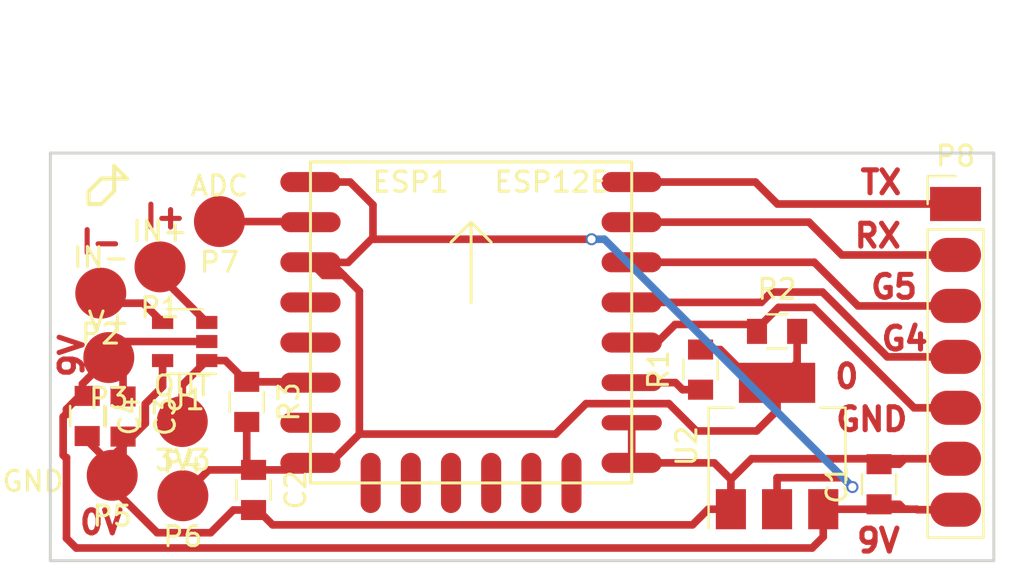
<source format=kicad_pcb>
(kicad_pcb (version 20171130) (host pcbnew "(5.1.12)-1")

  (general
    (thickness 1.6)
    (drawings 24)
    (tracks 143)
    (zones 0)
    (modules 18)
    (nets 23)
  )

  (page User 150.012 150.012)
  (layers
    (0 F.Cu signal)
    (31 B.Cu signal)
    (32 B.Adhes user)
    (33 F.Adhes user hide)
    (34 B.Paste user)
    (35 F.Paste user)
    (36 B.SilkS user)
    (37 F.SilkS user)
    (38 B.Mask user)
    (39 F.Mask user)
    (40 Dwgs.User user)
    (41 Cmts.User user)
    (42 Eco1.User user)
    (43 Eco2.User user)
    (44 Edge.Cuts user)
    (45 Margin user)
    (46 B.CrtYd user)
    (47 F.CrtYd user)
    (48 B.Fab user)
    (49 F.Fab user)
  )

  (setup
    (last_trace_width 0.381)
    (trace_clearance 0.381)
    (zone_clearance 0.508)
    (zone_45_only no)
    (trace_min 0.2)
    (via_size 0.6)
    (via_drill 0.4)
    (via_min_size 0.4)
    (via_min_drill 0.3)
    (uvia_size 0.3)
    (uvia_drill 0.1)
    (uvias_allowed no)
    (uvia_min_size 0)
    (uvia_min_drill 0)
    (edge_width 0.15)
    (segment_width 0.2)
    (pcb_text_width 0.254)
    (pcb_text_size 1.143 1.143)
    (mod_edge_width 0.15)
    (mod_text_size 1 1)
    (mod_text_width 0.15)
    (pad_size 3 0.762)
    (pad_drill 0)
    (pad_to_mask_clearance 0.2)
    (aux_axis_origin 0 0)
    (visible_elements 7FFFFFFF)
    (pcbplotparams
      (layerselection 0x00000_00000001)
      (usegerberextensions false)
      (usegerberattributes true)
      (usegerberadvancedattributes true)
      (creategerberjobfile true)
      (excludeedgelayer true)
      (linewidth 0.100000)
      (plotframeref false)
      (viasonmask false)
      (mode 1)
      (useauxorigin false)
      (hpglpennumber 1)
      (hpglpenspeed 20)
      (hpglpendiameter 15.000000)
      (psnegative false)
      (psa4output false)
      (plotreference true)
      (plotvalue true)
      (plotinvisibletext false)
      (padsonsilk false)
      (subtractmaskfromsilk false)
      (outputformat 2)
      (mirror false)
      (drillshape 0)
      (scaleselection 1)
      (outputdirectory ""))
  )

  (net 0 "")
  (net 1 +5V)
  (net 2 GND)
  (net 3 +3V3)
  (net 4 "Net-(ESP1-Pad2)")
  (net 5 "Net-(ESP1-Pad4)")
  (net 6 "Net-(ESP1-Pad5)")
  (net 7 "Net-(ESP1-Pad6)")
  (net 8 "Net-(ESP1-Pad7)")
  (net 9 "Net-(ESP1-Pad9)")
  (net 10 "Net-(ESP1-Pad10)")
  (net 11 "Net-(ESP1-Pad11)")
  (net 12 "Net-(ESP1-Pad12)")
  (net 13 "Net-(ESP1-Pad13)")
  (net 14 "Net-(ESP1-Pad14)")
  (net 15 "Net-(ESP1-Pad17)")
  (net 16 "Net-(ESP1-Pad18)")
  (net 17 "Net-(ESP1-Pad19)")
  (net 18 "Net-(ESP1-Pad20)")
  (net 19 "Net-(ESP1-Pad21)")
  (net 20 "Net-(ESP1-Pad22)")
  (net 21 "Net-(P1-Pad1)")
  (net 22 "Net-(P2-Pad1)")

  (net_class Default "This is the default net class."
    (clearance 0.381)
    (trace_width 0.381)
    (via_dia 0.6)
    (via_drill 0.4)
    (uvia_dia 0.3)
    (uvia_drill 0.1)
    (add_net +3V3)
    (add_net +5V)
    (add_net GND)
    (add_net "Net-(ESP1-Pad10)")
    (add_net "Net-(ESP1-Pad11)")
    (add_net "Net-(ESP1-Pad12)")
    (add_net "Net-(ESP1-Pad13)")
    (add_net "Net-(ESP1-Pad14)")
    (add_net "Net-(ESP1-Pad17)")
    (add_net "Net-(ESP1-Pad18)")
    (add_net "Net-(ESP1-Pad19)")
    (add_net "Net-(ESP1-Pad2)")
    (add_net "Net-(ESP1-Pad20)")
    (add_net "Net-(ESP1-Pad21)")
    (add_net "Net-(ESP1-Pad22)")
    (add_net "Net-(ESP1-Pad4)")
    (add_net "Net-(ESP1-Pad5)")
    (add_net "Net-(ESP1-Pad6)")
    (add_net "Net-(ESP1-Pad7)")
    (add_net "Net-(ESP1-Pad9)")
    (add_net "Net-(P1-Pad1)")
    (add_net "Net-(P2-Pad1)")
  )

  (module C_0805 (layer F.Cu) (tedit 5415D6EA) (tstamp 5897D515)
    (at 94.615 74.295 90)
    (descr "Capacitor SMD 0805, reflow soldering, AVX (see smccp.pdf)")
    (tags "capacitor 0805")
    (path /5897C79D)
    (attr smd)
    (fp_text reference C1 (at 0 -2.1 90) (layer F.SilkS)
      (effects (font (size 1 1) (thickness 0.15)))
    )
    (fp_text value 10u (at 0 2.1 90) (layer F.Fab)
      (effects (font (size 1 1) (thickness 0.15)))
    )
    (fp_line (start -0.5 0.85) (end 0.5 0.85) (layer F.SilkS) (width 0.12))
    (fp_line (start 0.5 -0.85) (end -0.5 -0.85) (layer F.SilkS) (width 0.12))
    (fp_line (start 1.8 -1) (end 1.8 1) (layer F.CrtYd) (width 0.05))
    (fp_line (start -1.8 -1) (end -1.8 1) (layer F.CrtYd) (width 0.05))
    (fp_line (start -1.8 1) (end 1.8 1) (layer F.CrtYd) (width 0.05))
    (fp_line (start -1.8 -1) (end 1.8 -1) (layer F.CrtYd) (width 0.05))
    (fp_line (start -1 -0.625) (end 1 -0.625) (layer F.Fab) (width 0.1))
    (fp_line (start 1 -0.625) (end 1 0.625) (layer F.Fab) (width 0.1))
    (fp_line (start 1 0.625) (end -1 0.625) (layer F.Fab) (width 0.1))
    (fp_line (start -1 0.625) (end -1 -0.625) (layer F.Fab) (width 0.1))
    (pad 1 smd rect (at -1 0 90) (size 1 1.25) (layers F.Cu F.Paste F.Mask)
      (net 1 +5V))
    (pad 2 smd rect (at 1 0 90) (size 1 1.25) (layers F.Cu F.Paste F.Mask)
      (net 2 GND))
    (model Capacitors_SMD.3dshapes/C_0805.wrl
      (at (xyz 0 0 0))
      (scale (xyz 1 1 1))
      (rotate (xyz 0 0 0))
    )
  )

  (module C_0805 (layer F.Cu) (tedit 5415D6EA) (tstamp 5897D525)
    (at 63.46 74.58 270)
    (descr "Capacitor SMD 0805, reflow soldering, AVX (see smccp.pdf)")
    (tags "capacitor 0805")
    (path /5897D22A)
    (attr smd)
    (fp_text reference C2 (at 0 -2.1 270) (layer F.SilkS)
      (effects (font (size 1 1) (thickness 0.15)))
    )
    (fp_text value 10u (at 0 2.1 270) (layer F.Fab)
      (effects (font (size 1 1) (thickness 0.15)))
    )
    (fp_line (start -0.5 0.85) (end 0.5 0.85) (layer F.SilkS) (width 0.12))
    (fp_line (start 0.5 -0.85) (end -0.5 -0.85) (layer F.SilkS) (width 0.12))
    (fp_line (start 1.8 -1) (end 1.8 1) (layer F.CrtYd) (width 0.05))
    (fp_line (start -1.8 -1) (end -1.8 1) (layer F.CrtYd) (width 0.05))
    (fp_line (start -1.8 1) (end 1.8 1) (layer F.CrtYd) (width 0.05))
    (fp_line (start -1.8 -1) (end 1.8 -1) (layer F.CrtYd) (width 0.05))
    (fp_line (start -1 -0.625) (end 1 -0.625) (layer F.Fab) (width 0.1))
    (fp_line (start 1 -0.625) (end 1 0.625) (layer F.Fab) (width 0.1))
    (fp_line (start 1 0.625) (end -1 0.625) (layer F.Fab) (width 0.1))
    (fp_line (start -1 0.625) (end -1 -0.625) (layer F.Fab) (width 0.1))
    (pad 1 smd rect (at -1 0 270) (size 1 1.25) (layers F.Cu F.Paste F.Mask)
      (net 3 +3V3))
    (pad 2 smd rect (at 1 0 270) (size 1 1.25) (layers F.Cu F.Paste F.Mask)
      (net 2 GND))
    (model Capacitors_SMD.3dshapes/C_0805.wrl
      (at (xyz 0 0 0))
      (scale (xyz 1 1 1))
      (rotate (xyz 0 0 0))
    )
  )

  (module C_0805 (layer F.Cu) (tedit 5415D6EA) (tstamp 5897D535)
    (at 56.96 70.92 270)
    (descr "Capacitor SMD 0805, reflow soldering, AVX (see smccp.pdf)")
    (tags "capacitor 0805")
    (path /5897D18A)
    (attr smd)
    (fp_text reference C3 (at 0 -2.1 270) (layer F.SilkS)
      (effects (font (size 1 1) (thickness 0.15)))
    )
    (fp_text value 0.1 (at -0.19878 0.21894 270) (layer F.Fab)
      (effects (font (size 1 1) (thickness 0.15)))
    )
    (fp_line (start -0.5 0.85) (end 0.5 0.85) (layer F.SilkS) (width 0.12))
    (fp_line (start 0.5 -0.85) (end -0.5 -0.85) (layer F.SilkS) (width 0.12))
    (fp_line (start 1.8 -1) (end 1.8 1) (layer F.CrtYd) (width 0.05))
    (fp_line (start -1.8 -1) (end -1.8 1) (layer F.CrtYd) (width 0.05))
    (fp_line (start -1.8 1) (end 1.8 1) (layer F.CrtYd) (width 0.05))
    (fp_line (start -1.8 -1) (end 1.8 -1) (layer F.CrtYd) (width 0.05))
    (fp_line (start -1 -0.625) (end 1 -0.625) (layer F.Fab) (width 0.1))
    (fp_line (start 1 -0.625) (end 1 0.625) (layer F.Fab) (width 0.1))
    (fp_line (start 1 0.625) (end -1 0.625) (layer F.Fab) (width 0.1))
    (fp_line (start -1 0.625) (end -1 -0.625) (layer F.Fab) (width 0.1))
    (pad 1 smd rect (at -1 0 270) (size 1 1.25) (layers F.Cu F.Paste F.Mask)
      (net 1 +5V))
    (pad 2 smd rect (at 1 0 270) (size 1 1.25) (layers F.Cu F.Paste F.Mask)
      (net 2 GND))
    (model Capacitors_SMD.3dshapes/C_0805.wrl
      (at (xyz 0 0 0))
      (scale (xyz 1 1 1))
      (rotate (xyz 0 0 0))
    )
  )

  (module C_0805 (layer F.Cu) (tedit 5415D6EA) (tstamp 5897D545)
    (at 55.1739 70.8914 270)
    (descr "Capacitor SMD 0805, reflow soldering, AVX (see smccp.pdf)")
    (tags "capacitor 0805")
    (path /5897D035)
    (attr smd)
    (fp_text reference C4 (at 0 -2.1 270) (layer F.SilkS)
      (effects (font (size 1 1) (thickness 0.15)))
    )
    (fp_text value 0.1 (at 0 2.1 270) (layer F.Fab)
      (effects (font (size 1 1) (thickness 0.15)))
    )
    (fp_line (start -0.5 0.85) (end 0.5 0.85) (layer F.SilkS) (width 0.12))
    (fp_line (start 0.5 -0.85) (end -0.5 -0.85) (layer F.SilkS) (width 0.12))
    (fp_line (start 1.8 -1) (end 1.8 1) (layer F.CrtYd) (width 0.05))
    (fp_line (start -1.8 -1) (end -1.8 1) (layer F.CrtYd) (width 0.05))
    (fp_line (start -1.8 1) (end 1.8 1) (layer F.CrtYd) (width 0.05))
    (fp_line (start -1.8 -1) (end 1.8 -1) (layer F.CrtYd) (width 0.05))
    (fp_line (start -1 -0.625) (end 1 -0.625) (layer F.Fab) (width 0.1))
    (fp_line (start 1 -0.625) (end 1 0.625) (layer F.Fab) (width 0.1))
    (fp_line (start 1 0.625) (end -1 0.625) (layer F.Fab) (width 0.1))
    (fp_line (start -1 0.625) (end -1 -0.625) (layer F.Fab) (width 0.1))
    (pad 1 smd rect (at -1 0 270) (size 1 1.25) (layers F.Cu F.Paste F.Mask)
      (net 1 +5V))
    (pad 2 smd rect (at 1 0 270) (size 1 1.25) (layers F.Cu F.Paste F.Mask)
      (net 2 GND))
    (model Capacitors_SMD.3dshapes/C_0805.wrl
      (at (xyz 0 0 0))
      (scale (xyz 1 1 1))
      (rotate (xyz 0 0 0))
    )
  )

  (module ESP12E (layer F.Cu) (tedit 5897C1F9) (tstamp 5897D569)
    (at 74.295 62.23)
    (path /5897BC42)
    (fp_text reference ESP1 (at -3 -3) (layer F.SilkS)
      (effects (font (size 1 1) (thickness 0.15)))
    )
    (fp_text value ESP12E (at 4 -3) (layer F.SilkS)
      (effects (font (size 1 1) (thickness 0.15)))
    )
    (fp_line (start 8 12) (end 8 -12) (layer Dwgs.User) (width 0.15))
    (fp_line (start -8 12) (end 8 12) (layer F.SilkS) (width 0.15))
    (fp_line (start -8 -12) (end -8 12) (layer Dwgs.User) (width 0.15))
    (fp_line (start 8 -12) (end -8 -12) (layer Dwgs.User) (width 0.15))
    (fp_line (start 8 -4) (end 8 12) (layer F.SilkS) (width 0.15))
    (fp_line (start -8 -4) (end 8 -4) (layer F.SilkS) (width 0.15))
    (fp_line (start -8 12) (end -8 -4) (layer F.SilkS) (width 0.15))
    (fp_line (start 0 -1) (end 0 3) (layer F.SilkS) (width 0.15))
    (fp_line (start 0 -1) (end 1 0) (layer F.SilkS) (width 0.15))
    (fp_line (start 0 -1) (end -1 0) (layer F.SilkS) (width 0.15))
    (pad 1 smd oval (at -8 -3) (size 3 1) (layers F.Cu F.Paste F.Mask)
      (net 3 +3V3))
    (pad 2 smd oval (at -8 -1) (size 3 1) (layers F.Cu F.Paste F.Mask)
      (net 4 "Net-(ESP1-Pad2)"))
    (pad 3 smd oval (at -8 1) (size 3 1) (layers F.Cu F.Paste F.Mask)
      (net 3 +3V3))
    (pad 4 smd oval (at -8 3) (size 3 1) (layers F.Cu F.Paste F.Mask)
      (net 5 "Net-(ESP1-Pad4)"))
    (pad 5 smd oval (at -8 5) (size 3 1) (layers F.Cu F.Paste F.Mask)
      (net 6 "Net-(ESP1-Pad5)"))
    (pad 6 smd oval (at -8 7) (size 3 1) (layers F.Cu F.Paste F.Mask)
      (net 7 "Net-(ESP1-Pad6)"))
    (pad 7 smd oval (at -8 9) (size 3 1) (layers F.Cu F.Paste F.Mask)
      (net 8 "Net-(ESP1-Pad7)"))
    (pad 8 smd oval (at -8 11) (size 3 1) (layers F.Cu F.Paste F.Mask)
      (net 3 +3V3))
    (pad 9 smd oval (at -5 12 90) (size 3 1) (layers F.Cu F.Paste F.Mask)
      (net 9 "Net-(ESP1-Pad9)"))
    (pad 10 smd oval (at -3 12 90) (size 3 1) (layers F.Cu F.Paste F.Mask)
      (net 10 "Net-(ESP1-Pad10)"))
    (pad 11 smd oval (at -1 12 90) (size 3 1) (layers F.Cu F.Paste F.Mask)
      (net 11 "Net-(ESP1-Pad11)"))
    (pad 12 smd oval (at 1 12 90) (size 3 1) (layers F.Cu F.Paste F.Mask)
      (net 12 "Net-(ESP1-Pad12)"))
    (pad 13 smd oval (at 3 12 90) (size 3 1) (layers F.Cu F.Paste F.Mask)
      (net 13 "Net-(ESP1-Pad13)"))
    (pad 14 smd oval (at 5 12 90) (size 3 1) (layers F.Cu F.Paste F.Mask)
      (net 14 "Net-(ESP1-Pad14)"))
    (pad 15 smd oval (at 8 11 180) (size 3 1) (layers F.Cu F.Paste F.Mask)
      (net 2 GND))
    (pad 16 smd oval (at 8 9 180) (size 3 0.762) (layers F.Cu F.Paste F.Mask)
      (net 2 GND))
    (pad 17 smd oval (at 8 7 180) (size 3 0.8382) (layers F.Cu F.Paste F.Mask)
      (net 15 "Net-(ESP1-Pad17)"))
    (pad 18 smd oval (at 8 5 180) (size 3 1) (layers F.Cu F.Paste F.Mask)
      (net 16 "Net-(ESP1-Pad18)"))
    (pad 19 smd oval (at 8 3 180) (size 3 1) (layers F.Cu F.Paste F.Mask)
      (net 17 "Net-(ESP1-Pad19)"))
    (pad 20 smd oval (at 8 1 180) (size 3 1) (layers F.Cu F.Paste F.Mask)
      (net 18 "Net-(ESP1-Pad20)"))
    (pad 21 smd oval (at 8 -1 180) (size 3 1) (layers F.Cu F.Paste F.Mask)
      (net 19 "Net-(ESP1-Pad21)"))
    (pad 22 smd oval (at 8 -3 180) (size 3 1) (layers F.Cu F.Paste F.Mask)
      (net 20 "Net-(ESP1-Pad22)"))
  )

  (module SMTPIN.1 (layer F.Cu) (tedit 57BF4F3C) (tstamp 5897D56E)
    (at 58.8 63.46)
    (path /5897C54A)
    (fp_text reference P1 (at 0 2.032) (layer F.SilkS)
      (effects (font (size 1 1) (thickness 0.15)))
    )
    (fp_text value IN+ (at 0 -1.778) (layer F.SilkS)
      (effects (font (size 1 1) (thickness 0.15)))
    )
    (pad 1 smd circle (at 0 0) (size 2.54 2.54) (layers F.Cu F.Paste F.Mask)
      (net 21 "Net-(P1-Pad1)"))
  )

  (module SMTPIN.1 (layer F.Cu) (tedit 57BF4F3C) (tstamp 5897D573)
    (at 55.85 64.77)
    (path /5897C5B4)
    (fp_text reference P2 (at 0 2.032) (layer F.SilkS)
      (effects (font (size 1 1) (thickness 0.15)))
    )
    (fp_text value IN- (at 0 -1.778) (layer F.SilkS)
      (effects (font (size 1 1) (thickness 0.15)))
    )
    (pad 1 smd circle (at 0 0) (size 2.54 2.54) (layers F.Cu F.Paste F.Mask)
      (net 22 "Net-(P2-Pad1)"))
  )

  (module SMTPIN.1 (layer F.Cu) (tedit 57BF4F3C) (tstamp 5897D578)
    (at 56.25 67.98)
    (path /5897C262)
    (fp_text reference P3 (at 0 2.032) (layer F.SilkS)
      (effects (font (size 1 1) (thickness 0.15)))
    )
    (fp_text value V+ (at 0 -1.778) (layer F.SilkS)
      (effects (font (size 1 1) (thickness 0.15)))
    )
    (pad 1 smd circle (at 0 0) (size 2.54 2.54) (layers F.Cu F.Paste F.Mask)
      (net 1 +5V))
  )

  (module SMTPIN.1 (layer F.Cu) (tedit 57BF4F3C) (tstamp 5897D57D)
    (at 59.91 71.17)
    (path /5897C4D0)
    (fp_text reference P4 (at 0 2.032) (layer F.SilkS)
      (effects (font (size 1 1) (thickness 0.15)))
    )
    (fp_text value OUT (at 0 -1.778) (layer F.SilkS)
      (effects (font (size 1 1) (thickness 0.15)))
    )
    (pad 1 smd circle (at 0 0) (size 2.54 2.54) (layers F.Cu F.Paste F.Mask)
      (net 7 "Net-(ESP1-Pad6)"))
  )

  (module SMTPIN.1 (layer F.Cu) (tedit 57BF4F3C) (tstamp 5897D582)
    (at 56.42 73.85)
    (path /5897C119)
    (fp_text reference P5 (at 0 2.032) (layer F.SilkS)
      (effects (font (size 1 1) (thickness 0.15)))
    )
    (fp_text value GND (at -3.94 0.3) (layer F.SilkS)
      (effects (font (size 1 1) (thickness 0.15)))
    )
    (pad 1 smd circle (at 0 0) (size 2.54 2.54) (layers F.Cu F.Paste F.Mask)
      (net 2 GND))
  )

  (module SMTPIN.1 (layer F.Cu) (tedit 57BF4F3C) (tstamp 5897D587)
    (at 59.94 74.87)
    (path /5897C03F)
    (fp_text reference P6 (at 0 2.032) (layer F.SilkS)
      (effects (font (size 1 1) (thickness 0.15)))
    )
    (fp_text value 3V3 (at 0 -1.778) (layer F.SilkS)
      (effects (font (size 1 1) (thickness 0.15)))
    )
    (pad 1 smd circle (at 0 0) (size 2.54 2.54) (layers F.Cu F.Paste F.Mask)
      (net 3 +3V3))
  )

  (module SMTPIN.1 (layer F.Cu) (tedit 57BF4F3C) (tstamp 5897D58C)
    (at 61.76 61.2)
    (path /5897BFD3)
    (fp_text reference P7 (at 0 2.032) (layer F.SilkS)
      (effects (font (size 1 1) (thickness 0.15)))
    )
    (fp_text value ADC (at 0 -1.778) (layer F.SilkS)
      (effects (font (size 1 1) (thickness 0.15)))
    )
    (pad 1 smd circle (at 0 0) (size 2.54 2.54) (layers F.Cu F.Paste F.Mask)
      (net 4 "Net-(ESP1-Pad2)"))
  )

  (module Pin_Header_Straight_1x07_Pitch2.54mm (layer F.Cu) (tedit 5897C0D2) (tstamp 5897D5A5)
    (at 98.425 60.325)
    (descr "Through hole straight pin header, 1x07, 2.54mm pitch, single row")
    (tags "Through hole pin header THT 1x07 2.54mm single row")
    (path /5897C067)
    (fp_text reference P8 (at 0 -2.39) (layer F.SilkS)
      (effects (font (size 1 1) (thickness 0.15)))
    )
    (fp_text value PGM_ETC (at 0 17.63) (layer F.Fab)
      (effects (font (size 1 1) (thickness 0.15)))
    )
    (fp_line (start 1.6 -1.6) (end -1.6 -1.6) (layer F.CrtYd) (width 0.05))
    (fp_line (start 1.6 16.8) (end 1.6 -1.6) (layer F.CrtYd) (width 0.05))
    (fp_line (start -1.6 16.8) (end 1.6 16.8) (layer F.CrtYd) (width 0.05))
    (fp_line (start -1.6 -1.6) (end -1.6 16.8) (layer F.CrtYd) (width 0.05))
    (fp_line (start -1.39 -1.39) (end 0 -1.39) (layer F.SilkS) (width 0.12))
    (fp_line (start -1.39 0) (end -1.39 -1.39) (layer F.SilkS) (width 0.12))
    (fp_line (start 1.39 1.27) (end -1.39 1.27) (layer F.SilkS) (width 0.12))
    (fp_line (start 1.39 16.63) (end 1.39 1.27) (layer F.SilkS) (width 0.12))
    (fp_line (start -1.39 16.63) (end 1.39 16.63) (layer F.SilkS) (width 0.12))
    (fp_line (start -1.39 1.27) (end -1.39 16.63) (layer F.SilkS) (width 0.12))
    (fp_line (start 1.27 -1.27) (end -1.27 -1.27) (layer F.Fab) (width 0.1))
    (fp_line (start 1.27 16.51) (end 1.27 -1.27) (layer F.Fab) (width 0.1))
    (fp_line (start -1.27 16.51) (end 1.27 16.51) (layer F.Fab) (width 0.1))
    (fp_line (start -1.27 -1.27) (end -1.27 16.51) (layer F.Fab) (width 0.1))
    (pad 1 smd rect (at 0 0) (size 2.54 1.7) (layers F.Cu F.Paste F.Mask)
      (net 20 "Net-(ESP1-Pad22)"))
    (pad 2 smd oval (at 0 2.54) (size 2.54 1.7) (layers F.Cu F.Paste F.Mask)
      (net 19 "Net-(ESP1-Pad21)"))
    (pad 3 smd oval (at 0 5.08) (size 2.54 1.7) (layers F.Cu F.Paste F.Mask)
      (net 18 "Net-(ESP1-Pad20)"))
    (pad 4 smd oval (at 0 7.62) (size 2.54 1.7) (layers F.Cu F.Paste F.Mask)
      (net 17 "Net-(ESP1-Pad19)"))
    (pad 5 smd oval (at 0 10.16) (size 2.54 1.7) (layers F.Cu F.Paste F.Mask)
      (net 16 "Net-(ESP1-Pad18)"))
    (pad 6 smd oval (at 0 12.7) (size 2.54 1.7) (layers F.Cu F.Paste F.Mask)
      (net 2 GND))
    (pad 7 smd oval (at 0 15.24) (size 2.54 1.7) (layers F.Cu F.Paste F.Mask)
      (net 1 +5V))
    (model Pin_Headers.3dshapes/Pin_Header_Straight_1x07_Pitch2.54mm.wrl
      (offset (xyz 0 -7.619999885559082 0))
      (scale (xyz 1 1 1))
      (rotate (xyz 0 0 90))
    )
  )

  (module C_0805 (layer F.Cu) (tedit 5415D6EA) (tstamp 5897D5B5)
    (at 85.725 68.58 90)
    (descr "Capacitor SMD 0805, reflow soldering, AVX (see smccp.pdf)")
    (tags "capacitor 0805")
    (path /5897BDCA)
    (attr smd)
    (fp_text reference R1 (at 0 -2.1 90) (layer F.SilkS)
      (effects (font (size 1 1) (thickness 0.15)))
    )
    (fp_text value 10k (at 0 2.1 90) (layer F.Fab)
      (effects (font (size 1 1) (thickness 0.15)))
    )
    (fp_line (start -0.5 0.85) (end 0.5 0.85) (layer F.SilkS) (width 0.12))
    (fp_line (start 0.5 -0.85) (end -0.5 -0.85) (layer F.SilkS) (width 0.12))
    (fp_line (start 1.8 -1) (end 1.8 1) (layer F.CrtYd) (width 0.05))
    (fp_line (start -1.8 -1) (end -1.8 1) (layer F.CrtYd) (width 0.05))
    (fp_line (start -1.8 1) (end 1.8 1) (layer F.CrtYd) (width 0.05))
    (fp_line (start -1.8 -1) (end 1.8 -1) (layer F.CrtYd) (width 0.05))
    (fp_line (start -1 -0.625) (end 1 -0.625) (layer F.Fab) (width 0.1))
    (fp_line (start 1 -0.625) (end 1 0.625) (layer F.Fab) (width 0.1))
    (fp_line (start 1 0.625) (end -1 0.625) (layer F.Fab) (width 0.1))
    (fp_line (start -1 0.625) (end -1 -0.625) (layer F.Fab) (width 0.1))
    (pad 1 smd rect (at -1 0 90) (size 1 1.25) (layers F.Cu F.Paste F.Mask)
      (net 15 "Net-(ESP1-Pad17)"))
    (pad 2 smd rect (at 1 0 90) (size 1 1.25) (layers F.Cu F.Paste F.Mask)
      (net 3 +3V3))
    (model Capacitors_SMD.3dshapes/C_0805.wrl
      (at (xyz 0 0 0))
      (scale (xyz 1 1 1))
      (rotate (xyz 0 0 0))
    )
  )

  (module C_0805 (layer F.Cu) (tedit 5415D6EA) (tstamp 5897D5C5)
    (at 89.535 66.675)
    (descr "Capacitor SMD 0805, reflow soldering, AVX (see smccp.pdf)")
    (tags "capacitor 0805")
    (path /5897BD51)
    (attr smd)
    (fp_text reference R2 (at 0 -2.1) (layer F.SilkS)
      (effects (font (size 1 1) (thickness 0.15)))
    )
    (fp_text value 10k (at 0 2.1) (layer F.Fab)
      (effects (font (size 1 1) (thickness 0.15)))
    )
    (fp_line (start -0.5 0.85) (end 0.5 0.85) (layer F.SilkS) (width 0.12))
    (fp_line (start 0.5 -0.85) (end -0.5 -0.85) (layer F.SilkS) (width 0.12))
    (fp_line (start 1.8 -1) (end 1.8 1) (layer F.CrtYd) (width 0.05))
    (fp_line (start -1.8 -1) (end -1.8 1) (layer F.CrtYd) (width 0.05))
    (fp_line (start -1.8 1) (end 1.8 1) (layer F.CrtYd) (width 0.05))
    (fp_line (start -1.8 -1) (end 1.8 -1) (layer F.CrtYd) (width 0.05))
    (fp_line (start -1 -0.625) (end 1 -0.625) (layer F.Fab) (width 0.1))
    (fp_line (start 1 -0.625) (end 1 0.625) (layer F.Fab) (width 0.1))
    (fp_line (start 1 0.625) (end -1 0.625) (layer F.Fab) (width 0.1))
    (fp_line (start -1 0.625) (end -1 -0.625) (layer F.Fab) (width 0.1))
    (pad 1 smd rect (at -1 0) (size 1 1.25) (layers F.Cu F.Paste F.Mask)
      (net 16 "Net-(ESP1-Pad18)"))
    (pad 2 smd rect (at 1 0) (size 1 1.25) (layers F.Cu F.Paste F.Mask)
      (net 3 +3V3))
    (model Capacitors_SMD.3dshapes/C_0805.wrl
      (at (xyz 0 0 0))
      (scale (xyz 1 1 1))
      (rotate (xyz 0 0 0))
    )
  )

  (module TO_SOT_Packages_SMD:SOT-223 (layer F.Cu) (tedit 5883B228) (tstamp 5897D5DA)
    (at 89.535 72.39 90)
    (descr "module CMS SOT223 4 pins")
    (tags "CMS SOT")
    (path /5897BC6C)
    (attr smd)
    (fp_text reference U2 (at 0 -4.5 90) (layer F.SilkS)
      (effects (font (size 1 1) (thickness 0.15)))
    )
    (fp_text value AP1117 (at 0 4.5 90) (layer F.Fab)
      (effects (font (size 1 1) (thickness 0.15)))
    )
    (fp_line (start 1.85 -3.35) (end 1.85 3.35) (layer F.Fab) (width 0.1))
    (fp_line (start -1.85 3.35) (end 1.85 3.35) (layer F.Fab) (width 0.1))
    (fp_line (start -4.1 -3.41) (end 1.91 -3.41) (layer F.SilkS) (width 0.12))
    (fp_line (start -0.8 -3.35) (end 1.85 -3.35) (layer F.Fab) (width 0.1))
    (fp_line (start -1.85 3.41) (end 1.91 3.41) (layer F.SilkS) (width 0.12))
    (fp_line (start -1.85 -2.3) (end -1.85 3.35) (layer F.Fab) (width 0.1))
    (fp_line (start -4.4 -3.6) (end -4.4 3.6) (layer F.CrtYd) (width 0.05))
    (fp_line (start -4.4 3.6) (end 4.4 3.6) (layer F.CrtYd) (width 0.05))
    (fp_line (start 4.4 3.6) (end 4.4 -3.6) (layer F.CrtYd) (width 0.05))
    (fp_line (start 4.4 -3.6) (end -4.4 -3.6) (layer F.CrtYd) (width 0.05))
    (fp_line (start 1.91 -3.41) (end 1.91 -2.15) (layer F.SilkS) (width 0.12))
    (fp_line (start 1.91 3.41) (end 1.91 2.15) (layer F.SilkS) (width 0.12))
    (fp_line (start -1.85 -2.3) (end -0.8 -3.35) (layer F.Fab) (width 0.1))
    (pad 4 smd rect (at 3.15 0 90) (size 2 3.8) (layers F.Cu F.Paste F.Mask)
      (net 3 +3V3))
    (pad 2 smd rect (at -3.15 0 90) (size 2 1.5) (layers F.Cu F.Paste F.Mask)
      (net 3 +3V3))
    (pad 3 smd rect (at -3.15 2.3 90) (size 2 1.5) (layers F.Cu F.Paste F.Mask)
      (net 1 +5V))
    (pad 1 smd rect (at -3.15 -2.3 90) (size 2 1.5) (layers F.Cu F.Paste F.Mask)
      (net 2 GND))
    (model TO_SOT_Packages_SMD.3dshapes/SOT-223.wrl
      (at (xyz 0 0 0))
      (scale (xyz 0.4 0.4 0.4))
      (rotate (xyz 0 0 90))
    )
  )

  (module SOT-23-5 (layer F.Cu) (tedit 5883B1A6) (tstamp 5897E6FE)
    (at 60.03 67.18 180)
    (descr "5-pin SOT23 package")
    (tags SOT-23-5)
    (path /5897DF60)
    (attr smd)
    (fp_text reference U1 (at 0 -2.9 180) (layer F.SilkS)
      (effects (font (size 1 1) (thickness 0.15)))
    )
    (fp_text value COMP-MIC7721 (at 0 2.9 180) (layer F.Fab)
      (effects (font (size 1 1) (thickness 0.15)))
    )
    (fp_line (start 0.9 -1.55) (end 0.9 1.55) (layer F.Fab) (width 0.1))
    (fp_line (start 0.9 1.55) (end -0.9 1.55) (layer F.Fab) (width 0.1))
    (fp_line (start -0.9 -0.9) (end -0.9 1.55) (layer F.Fab) (width 0.1))
    (fp_line (start 0.9 -1.55) (end -0.25 -1.55) (layer F.Fab) (width 0.1))
    (fp_line (start -0.9 -0.9) (end -0.25 -1.55) (layer F.Fab) (width 0.1))
    (fp_line (start -1.9 1.8) (end -1.9 -1.8) (layer F.CrtYd) (width 0.05))
    (fp_line (start 1.9 1.8) (end -1.9 1.8) (layer F.CrtYd) (width 0.05))
    (fp_line (start 1.9 -1.8) (end 1.9 1.8) (layer F.CrtYd) (width 0.05))
    (fp_line (start -1.9 -1.8) (end 1.9 -1.8) (layer F.CrtYd) (width 0.05))
    (fp_line (start 0.9 -1.61) (end -1.55 -1.61) (layer F.SilkS) (width 0.12))
    (fp_line (start -0.9 1.61) (end 0.9 1.61) (layer F.SilkS) (width 0.12))
    (pad 1 smd rect (at -1.1 -0.95 180) (size 1.06 0.65) (layers F.Cu F.Paste F.Mask)
      (net 7 "Net-(ESP1-Pad6)"))
    (pad 2 smd rect (at -1.1 0 180) (size 1.06 0.65) (layers F.Cu F.Paste F.Mask)
      (net 1 +5V))
    (pad 3 smd rect (at -1.1 0.95 180) (size 1.06 0.65) (layers F.Cu F.Paste F.Mask)
      (net 21 "Net-(P1-Pad1)"))
    (pad 4 smd rect (at 1.1 0.95 180) (size 1.06 0.65) (layers F.Cu F.Paste F.Mask)
      (net 22 "Net-(P2-Pad1)"))
    (pad 5 smd rect (at 1.1 -0.95 180) (size 1.06 0.65) (layers F.Cu F.Paste F.Mask)
      (net 2 GND))
    (model TO_SOT_Packages_SMD.3dshapes/SOT-23-5.wrl
      (at (xyz 0 0 0))
      (scale (xyz 1 1 1))
      (rotate (xyz 0 0 0))
    )
  )

  (module C_0805 (layer F.Cu) (tedit 5415D6EA) (tstamp 5897E72D)
    (at 63.12 70.19 270)
    (descr "Capacitor SMD 0805, reflow soldering, AVX (see smccp.pdf)")
    (tags "capacitor 0805")
    (path /5897DBC9)
    (attr smd)
    (fp_text reference R3 (at 0 -2.1 270) (layer F.SilkS)
      (effects (font (size 1 1) (thickness 0.15)))
    )
    (fp_text value 10k (at 0 2.1 270) (layer F.Fab)
      (effects (font (size 1 1) (thickness 0.15)))
    )
    (fp_line (start -0.5 0.85) (end 0.5 0.85) (layer F.SilkS) (width 0.12))
    (fp_line (start 0.5 -0.85) (end -0.5 -0.85) (layer F.SilkS) (width 0.12))
    (fp_line (start 1.8 -1) (end 1.8 1) (layer F.CrtYd) (width 0.05))
    (fp_line (start -1.8 -1) (end -1.8 1) (layer F.CrtYd) (width 0.05))
    (fp_line (start -1.8 1) (end 1.8 1) (layer F.CrtYd) (width 0.05))
    (fp_line (start -1.8 -1) (end 1.8 -1) (layer F.CrtYd) (width 0.05))
    (fp_line (start -1 -0.625) (end 1 -0.625) (layer F.Fab) (width 0.1))
    (fp_line (start 1 -0.625) (end 1 0.625) (layer F.Fab) (width 0.1))
    (fp_line (start 1 0.625) (end -1 0.625) (layer F.Fab) (width 0.1))
    (fp_line (start -1 0.625) (end -1 -0.625) (layer F.Fab) (width 0.1))
    (pad 1 smd rect (at -1 0 270) (size 1 1.25) (layers F.Cu F.Paste F.Mask)
      (net 7 "Net-(ESP1-Pad6)"))
    (pad 2 smd rect (at 1 0 270) (size 1 1.25) (layers F.Cu F.Paste F.Mask)
      (net 3 +3V3))
    (model Capacitors_SMD.3dshapes/C_0805.wrl
      (at (xyz 0 0 0))
      (scale (xyz 1 1 1))
      (rotate (xyz 0 0 0))
    )
  )

  (gr_line (start 100.33 78.105) (end 100.33 57.785) (layer Edge.Cuts) (width 0.15))
  (gr_line (start 53.34 78.105) (end 100.33 78.105) (layer Edge.Cuts) (width 0.15))
  (gr_line (start 53.34 57.785) (end 53.34 78.105) (layer Edge.Cuts) (width 0.15))
  (gr_line (start 100.33 57.785) (end 53.34 57.785) (layer Edge.Cuts) (width 0.15))
  (gr_line (start 55.88 60.325) (end 55.245 60.325) (layer F.SilkS) (width 0.2))
  (gr_line (start 56.515 59.69) (end 55.88 60.325) (layer F.SilkS) (width 0.2))
  (gr_line (start 56.515 59.055) (end 56.515 59.69) (layer F.SilkS) (width 0.2))
  (gr_line (start 57.15 59.055) (end 56.515 59.055) (layer F.SilkS) (width 0.2))
  (gr_line (start 56.515 58.42) (end 57.15 59.055) (layer F.SilkS) (width 0.2))
  (gr_line (start 56.515 59.055) (end 56.515 58.42) (layer F.SilkS) (width 0.2))
  (gr_line (start 55.88 59.055) (end 56.515 59.055) (layer F.SilkS) (width 0.2))
  (gr_line (start 55.245 59.69) (end 55.88 59.055) (layer F.SilkS) (width 0.2))
  (gr_line (start 55.245 60.325) (end 55.245 59.69) (layer F.SilkS) (width 0.2))
  (gr_text 0V (at 55.88 76.2) (layer F.Cu)
    (effects (font (size 1.143 1.143) (thickness 0.254)))
  )
  (gr_text 9V (at 54.40426 67.89166 90) (layer F.Cu)
    (effects (font (size 1.143 1.143) (thickness 0.254)))
  )
  (gr_text I- (at 55.88 62.23) (layer F.Cu)
    (effects (font (size 1.143 1.143) (thickness 0.254)))
  )
  (gr_text I+ (at 59.055 60.96) (layer F.Cu)
    (effects (font (size 1.143 1.143) (thickness 0.254)))
  )
  (gr_text TX (at 94.71 59.25) (layer F.Cu)
    (effects (font (size 1.143 1.143) (thickness 0.254)))
  )
  (gr_text RX (at 94.55 61.91) (layer F.Cu)
    (effects (font (size 1.143 1.143) (thickness 0.254)))
  )
  (gr_text G5 (at 95.36 64.46) (layer F.Cu)
    (effects (font (size 1.143 1.143) (thickness 0.254)))
  )
  (gr_text G4 (at 95.89 67.04) (layer F.Cu)
    (effects (font (size 1.143 1.143) (thickness 0.254)))
  )
  (gr_text 0 (at 93.01 68.81 180) (layer F.Cu)
    (effects (font (size 1.143 1.143) (thickness 0.254)))
  )
  (gr_text 9V (at 94.58 77.11) (layer F.Cu)
    (effects (font (size 1.143 1.143) (thickness 0.254)))
  )
  (gr_text GND (at 94.25 71.06) (layer F.Cu)
    (effects (font (size 1.143 1.143) (thickness 0.254)))
  )

  (segment (start 54.8775 69.88) (end 55.1625 69.88) (width 0.381) (layer F.Cu) (net 1))
  (segment (start 55.1625 69.88) (end 55.1739 69.8914) (width 0.381) (layer F.Cu) (net 1))
  (segment (start 54.8775 69.88) (end 54.94 69.88) (width 0.381) (layer F.Cu) (net 1))
  (segment (start 54.94 69.88) (end 54.94 69.29) (width 0.381) (layer F.Cu) (net 1))
  (segment (start 54.94 69.29) (end 56.25 67.98) (width 0.381) (layer F.Cu) (net 1))
  (segment (start 91.835 75.54) (end 91.835 76.921) (width 0.381) (layer F.Cu) (net 1))
  (segment (start 91.835 76.921) (end 91.2825 77.4735) (width 0.381) (layer F.Cu) (net 1))
  (segment (start 91.2825 77.4735) (end 54.6264 77.4735) (width 0.381) (layer F.Cu) (net 1))
  (segment (start 54.6264 77.4735) (end 54.143 76.9901) (width 0.381) (layer F.Cu) (net 1))
  (segment (start 54.143 76.9901) (end 54.143 72.9629) (width 0.381) (layer F.Cu) (net 1))
  (segment (start 54.143 72.9629) (end 54.0917 72.9629) (width 0.381) (layer F.Cu) (net 1))
  (segment (start 54.0917 72.9629) (end 53.9774 72.8486) (width 0.381) (layer F.Cu) (net 1))
  (segment (start 53.9774 72.8486) (end 53.9774 70.9342) (width 0.381) (layer F.Cu) (net 1))
  (segment (start 53.9774 70.9342) (end 54.0917 70.8199) (width 0.381) (layer F.Cu) (net 1))
  (segment (start 54.0917 70.8199) (end 54.143 70.8199) (width 0.381) (layer F.Cu) (net 1))
  (segment (start 54.143 70.8199) (end 54.143 70.552) (width 0.381) (layer F.Cu) (net 1))
  (segment (start 54.143 70.552) (end 54.815 69.88) (width 0.381) (layer F.Cu) (net 1))
  (segment (start 54.815 69.88) (end 54.8775 69.88) (width 0.381) (layer F.Cu) (net 1))
  (segment (start 56.25 67.98) (end 57.05 67.18) (width 0.381) (layer F.Cu) (net 1))
  (segment (start 57.05 67.18) (end 61.13 67.18) (width 0.381) (layer F.Cu) (net 1))
  (segment (start 96.06 75.54) (end 96.495 75.54) (width 0.381) (layer F.Cu) (net 1))
  (segment (start 96.495 75.54) (end 96.52 75.565) (width 0.381) (layer F.Cu) (net 1))
  (segment (start 96.52 75.565) (end 98.425 75.565) (width 0.381) (layer F.Cu) (net 1))
  (segment (start 95.866 75.54) (end 96.06 75.54) (width 0.381) (layer F.Cu) (net 1))
  (segment (start 91.835 75.54) (end 95.866 75.54) (width 0.381) (layer F.Cu) (net 1))
  (segment (start 95.866 75.54) (end 96.06 75.54) (width 0.381) (layer F.Cu) (net 1))
  (segment (start 94.615 75.295) (end 95.621 75.295) (width 0.381) (layer F.Cu) (net 1))
  (segment (start 95.621 75.295) (end 95.866 75.54) (width 0.381) (layer F.Cu) (net 1))
  (segment (start 56.96 69.92) (end 56.96 68.69) (width 0.381) (layer F.Cu) (net 1))
  (segment (start 56.96 68.69) (end 56.25 67.98) (width 0.381) (layer F.Cu) (net 1))
  (segment (start 55.1625 71.88) (end 55.1739 71.8914) (width 0.381) (layer F.Cu) (net 2))
  (segment (start 55.1625 71.88) (end 55.32 71.88) (width 0.381) (layer F.Cu) (net 2))
  (segment (start 55.32 71.88) (end 55.59 72.15) (width 0.381) (layer F.Cu) (net 2))
  (segment (start 56.42 73.85) (end 56.42 73.36) (width 0.381) (layer F.Cu) (net 2))
  (segment (start 56.42 73.36) (end 54.94 71.88) (width 0.381) (layer F.Cu) (net 2))
  (segment (start 54.94 71.88) (end 55.1625 71.88) (width 0.381) (layer F.Cu) (net 2))
  (segment (start 56.96 71.92) (end 56.96 73.31) (width 0.381) (layer F.Cu) (net 2))
  (segment (start 56.96 73.31) (end 56.42 73.85) (width 0.381) (layer F.Cu) (net 2))
  (segment (start 95.79 73.025) (end 88.265 73.025) (width 0.381) (layer F.Cu) (net 2))
  (segment (start 88.265 73.025) (end 87.235 74.055) (width 0.381) (layer F.Cu) (net 2))
  (segment (start 98.425 73.025) (end 95.79 73.025) (width 0.381) (layer F.Cu) (net 2))
  (segment (start 87.235 74.055) (end 87.235 75.54) (width 0.381) (layer F.Cu) (net 2))
  (segment (start 82.295 73.23) (end 82.295 71.23) (width 0.381) (layer F.Cu) (net 2))
  (segment (start 87.235 74.055) (end 86.41 73.23) (width 0.381) (layer F.Cu) (net 2))
  (segment (start 86.41 73.23) (end 82.295 73.23) (width 0.381) (layer F.Cu) (net 2))
  (segment (start 94.615 73.295) (end 95.621 73.295) (width 0.381) (layer F.Cu) (net 2))
  (segment (start 95.621 73.295) (end 95.79 73.126) (width 0.381) (layer F.Cu) (net 2))
  (segment (start 95.79 73.126) (end 95.79 73.025) (width 0.381) (layer F.Cu) (net 2))
  (segment (start 63.46 75.58) (end 63.67 75.58) (width 0.381) (layer F.Cu) (net 2))
  (segment (start 63.67 75.58) (end 64.41 76.32) (width 0.381) (layer F.Cu) (net 2))
  (segment (start 64.41 76.32) (end 85.324 76.32) (width 0.381) (layer F.Cu) (net 2))
  (segment (start 85.324 76.32) (end 86.104 75.54) (width 0.381) (layer F.Cu) (net 2))
  (segment (start 86.104 75.54) (end 87.235 75.54) (width 0.381) (layer F.Cu) (net 2))
  (segment (start 58.93 68.13) (end 58.93 69.4246) (width 0.381) (layer F.Cu) (net 2))
  (segment (start 58.93 69.4246) (end 58.0685 70.2861) (width 0.381) (layer F.Cu) (net 2))
  (segment (start 58.0685 70.2861) (end 58.0685 71.2667) (width 0.381) (layer F.Cu) (net 2))
  (segment (start 58.0685 71.2667) (end 56.42 72.9152) (width 0.381) (layer F.Cu) (net 2))
  (segment (start 56.42 72.9152) (end 56.42 73.85) (width 0.381) (layer F.Cu) (net 2))
  (segment (start 56.42 73.85) (end 56.42 74.4715) (width 0.381) (layer F.Cu) (net 2))
  (segment (start 56.42 74.4715) (end 58.66 76.7115) (width 0.381) (layer F.Cu) (net 2))
  (segment (start 58.66 76.7115) (end 61.3225 76.7115) (width 0.381) (layer F.Cu) (net 2))
  (segment (start 61.3225 76.7115) (end 62.454 75.58) (width 0.381) (layer F.Cu) (net 2))
  (segment (start 62.454 75.58) (end 63.46 75.58) (width 0.381) (layer F.Cu) (net 2))
  (segment (start 89.535 73.9684) (end 92.8218 73.9684) (width 0.381) (layer F.Cu) (net 3))
  (segment (start 92.8218 73.9684) (end 93.2874 74.434) (width 0.381) (layer F.Cu) (net 3))
  (segment (start 80.2965 62.0817) (end 80.9351 62.0817) (width 0.381) (layer B.Cu) (net 3))
  (segment (start 80.9351 62.0817) (end 93.2874 74.434) (width 0.381) (layer B.Cu) (net 3))
  (segment (start 89.535 75.54) (end 89.535 73.9684) (width 0.381) (layer F.Cu) (net 3))
  (segment (start 69.4076 62.0024) (end 69.4869 62.0817) (width 0.381) (layer F.Cu) (net 3))
  (segment (start 69.4869 62.0817) (end 80.2965 62.0817) (width 0.381) (layer F.Cu) (net 3))
  (segment (start 69.4076 62.0024) (end 69.4076 60.3676) (width 0.381) (layer F.Cu) (net 3))
  (segment (start 69.4076 60.3676) (end 68.27 59.23) (width 0.381) (layer F.Cu) (net 3))
  (segment (start 68.27 59.23) (end 66.295 59.23) (width 0.381) (layer F.Cu) (net 3))
  (segment (start 67.9522 63.8872) (end 67.3 63.235) (width 0.381) (layer F.Cu) (net 3))
  (segment (start 67.3 63.235) (end 68.175 63.235) (width 0.381) (layer F.Cu) (net 3))
  (segment (start 68.175 63.235) (end 69.4076 62.0024) (width 0.381) (layer F.Cu) (net 3))
  (segment (start 68.73 71.795) (end 68.73 64.665) (width 0.381) (layer F.Cu) (net 3))
  (segment (start 68.73 64.665) (end 67.9522 63.8872) (width 0.381) (layer F.Cu) (net 3))
  (segment (start 67.9522 63.8872) (end 66.9522 63.8872) (width 0.381) (layer F.Cu) (net 3))
  (segment (start 66.9522 63.8872) (end 66.295 63.23) (width 0.381) (layer F.Cu) (net 3))
  (segment (start 63.46 73.58) (end 65.945 73.58) (width 0.381) (layer F.Cu) (net 3))
  (segment (start 65.945 73.58) (end 66.295 73.23) (width 0.381) (layer F.Cu) (net 3))
  (segment (start 63.12 71.19) (end 63.12 73.24) (width 0.381) (layer F.Cu) (net 3))
  (segment (start 63.12 73.24) (end 63.46 73.58) (width 0.381) (layer F.Cu) (net 3))
  (segment (start 66.295 73.23) (end 67.295 73.23) (width 0.381) (layer F.Cu) (net 3))
  (segment (start 67.295 73.23) (end 68.73 71.795) (width 0.381) (layer F.Cu) (net 3))
  (segment (start 85.725 67.58) (end 86.71 67.58) (width 0.381) (layer F.Cu) (net 3))
  (segment (start 86.71 67.58) (end 88.37 69.24) (width 0.381) (layer F.Cu) (net 3))
  (segment (start 88.37 69.24) (end 89.535 69.24) (width 0.381) (layer F.Cu) (net 3))
  (segment (start 90.535 66.675) (end 90.535 68.24) (width 0.381) (layer F.Cu) (net 3))
  (segment (start 90.535 68.24) (end 89.535 69.24) (width 0.381) (layer F.Cu) (net 3))
  (segment (start 89.535 69.24) (end 89.535 70.621) (width 0.381) (layer F.Cu) (net 3))
  (segment (start 89.535 70.621) (end 88.516 71.64) (width 0.381) (layer F.Cu) (net 3))
  (segment (start 88.516 71.64) (end 85.51 71.64) (width 0.381) (layer F.Cu) (net 3))
  (segment (start 85.51 71.64) (end 84.1475 70.2775) (width 0.381) (layer F.Cu) (net 3))
  (segment (start 84.1475 70.2775) (end 80.0225 70.2775) (width 0.381) (layer F.Cu) (net 3))
  (segment (start 80.0225 70.2775) (end 78.505 71.795) (width 0.381) (layer F.Cu) (net 3))
  (segment (start 78.505 71.795) (end 68.73 71.795) (width 0.381) (layer F.Cu) (net 3))
  (segment (start 59.94 74.87) (end 61.23 73.58) (width 0.381) (layer F.Cu) (net 3))
  (segment (start 61.23 73.58) (end 63.46 73.58) (width 0.381) (layer F.Cu) (net 3))
  (via (at 80.2965 62.0817) (size 0.6) (layers F.Cu B.Cu) (net 3))
  (via (at 93.2874 74.434) (size 0.6) (layers F.Cu B.Cu) (net 3))
  (segment (start 65 61.2) (end 66.265 61.2) (width 0.381) (layer F.Cu) (net 4))
  (segment (start 66.265 61.2) (end 66.295 61.23) (width 0.381) (layer F.Cu) (net 4))
  (segment (start 61.76 61.2) (end 65 61.2) (width 0.381) (layer F.Cu) (net 4))
  (segment (start 59.91 71.17) (end 59.91 69.35) (width 0.381) (layer F.Cu) (net 7))
  (segment (start 59.91 69.35) (end 61.13 68.13) (width 0.381) (layer F.Cu) (net 7))
  (segment (start 61.13 68.13) (end 62.06 68.13) (width 0.381) (layer F.Cu) (net 7))
  (segment (start 62.06 68.13) (end 63.12 69.19) (width 0.381) (layer F.Cu) (net 7))
  (segment (start 63.12 69.19) (end 66.255 69.19) (width 0.381) (layer F.Cu) (net 7))
  (segment (start 66.255 69.19) (end 66.295 69.23) (width 0.381) (layer F.Cu) (net 7))
  (segment (start 85.725 69.58) (end 84.83 69.58) (width 0.381) (layer F.Cu) (net 15))
  (segment (start 84.83 69.58) (end 84.48 69.23) (width 0.381) (layer F.Cu) (net 15))
  (segment (start 84.48 69.23) (end 82.295 69.23) (width 0.381) (layer F.Cu) (net 15))
  (segment (start 82.295 67.23) (end 83.56 67.23) (width 0.381) (layer F.Cu) (net 16))
  (segment (start 83.56 67.23) (end 84.46 66.33) (width 0.381) (layer F.Cu) (net 16))
  (segment (start 84.46 66.33) (end 88.19 66.33) (width 0.381) (layer F.Cu) (net 16))
  (segment (start 88.19 66.33) (end 88.535 66.675) (width 0.381) (layer F.Cu) (net 16))
  (segment (start 88.535 66.675) (end 88.535 66.55) (width 0.381) (layer F.Cu) (net 16))
  (segment (start 88.535 66.55) (end 89.6065 65.4785) (width 0.381) (layer F.Cu) (net 16))
  (segment (start 89.6065 65.4785) (end 91.3509 65.4785) (width 0.381) (layer F.Cu) (net 16))
  (segment (start 91.3509 65.4785) (end 96.3574 70.485) (width 0.381) (layer F.Cu) (net 16))
  (segment (start 96.3574 70.485) (end 98.425 70.485) (width 0.381) (layer F.Cu) (net 16))
  (segment (start 98.425 67.945) (end 95.0274 67.945) (width 0.381) (layer F.Cu) (net 17))
  (segment (start 95.0274 67.945) (end 91.7988 64.7165) (width 0.381) (layer F.Cu) (net 17))
  (segment (start 91.7988 64.7165) (end 89.2622 64.7165) (width 0.381) (layer F.Cu) (net 17))
  (segment (start 89.2622 64.7165) (end 88.7487 65.23) (width 0.381) (layer F.Cu) (net 17))
  (segment (start 88.7487 65.23) (end 82.295 65.23) (width 0.381) (layer F.Cu) (net 17))
  (segment (start 82.295 63.23) (end 91.39 63.23) (width 0.381) (layer F.Cu) (net 18))
  (segment (start 91.39 63.23) (end 93.565 65.405) (width 0.381) (layer F.Cu) (net 18))
  (segment (start 93.565 65.405) (end 98.425 65.405) (width 0.381) (layer F.Cu) (net 18))
  (segment (start 98.425 62.865) (end 92.7608 62.865) (width 0.381) (layer F.Cu) (net 19))
  (segment (start 92.7608 62.865) (end 91.1258 61.23) (width 0.381) (layer F.Cu) (net 19))
  (segment (start 91.1258 61.23) (end 82.295 61.23) (width 0.381) (layer F.Cu) (net 19))
  (segment (start 98.425 60.325) (end 89.5502 60.325) (width 0.381) (layer F.Cu) (net 20))
  (segment (start 89.5502 60.325) (end 88.4552 59.23) (width 0.381) (layer F.Cu) (net 20))
  (segment (start 88.4552 59.23) (end 82.295 59.23) (width 0.381) (layer F.Cu) (net 20))
  (segment (start 58.8 63.46) (end 58.8 63.9) (width 0.381) (layer F.Cu) (net 21))
  (segment (start 58.8 63.9) (end 61.13 66.23) (width 0.381) (layer F.Cu) (net 21))
  (segment (start 56.35 65.27) (end 55.85 64.77) (width 0.381) (layer F.Cu) (net 22))
  (segment (start 56.35 65.27) (end 57.97 65.27) (width 0.381) (layer F.Cu) (net 22))
  (segment (start 57.97 65.27) (end 58.93 66.23) (width 0.381) (layer F.Cu) (net 22))
  (segment (start 55.85 65.27) (end 56.35 65.27) (width 0.381) (layer F.Cu) (net 22))

)

</source>
